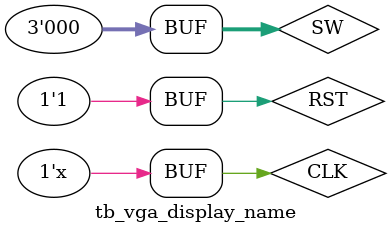
<source format=v>
`timescale 1ns / 1ps
module tb_vga_display_name;

    // Inputs
    reg CLK;
    reg RST;
    reg [2:0] SW;

    // Outputs
    wire R_out;
    wire G_out;
    wire B_out;
    wire V_SYNC;
    wire H_SYNC;
    wire Active_Flag;

    // Instantiate the Unit Under Test (UUT)
    vga_display_name uut (
        .CLK(CLK), 
        .RST(RST), 
        .SW(SW), 
        .R_out(R_out), 
        .G_out(G_out), 
        .B_out(B_out), 
        .V_SYNC(V_SYNC), 
        .H_SYNC(H_SYNC), 
        .Active_Flag(Active_Flag)
    );
    always #1 CLK=~CLK;
    initial begin
        // Initialize Inputs
        CLK = 0;
        RST = 1;
        SW = 0;
        // Wait 100 ns for global reset to finish
        #100;
        
        // Add stimulus here
    end
endmodule

</source>
